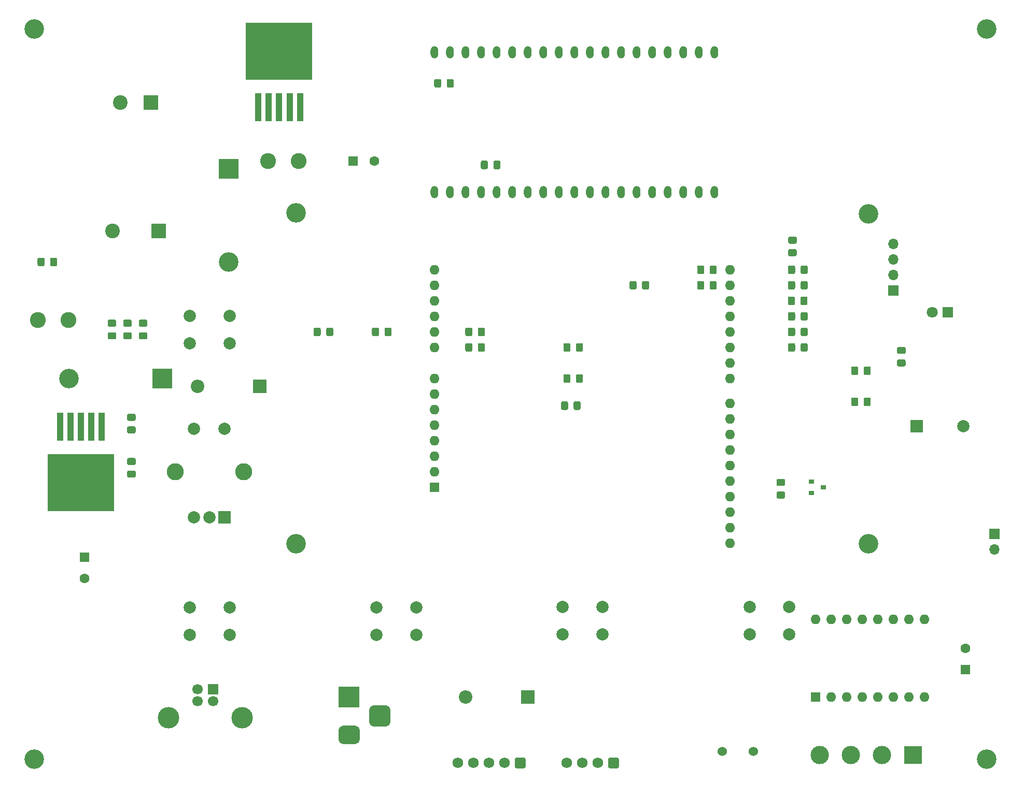
<source format=gbr>
%TF.GenerationSoftware,KiCad,Pcbnew,5.1.6-c6e7f7d~86~ubuntu18.04.1*%
%TF.CreationDate,2020-06-01T12:36:53+02:00*%
%TF.ProjectId,UPC-EURS,5550432d-4555-4525-932e-6b696361645f,rev?*%
%TF.SameCoordinates,Original*%
%TF.FileFunction,Soldermask,Top*%
%TF.FilePolarity,Negative*%
%FSLAX46Y46*%
G04 Gerber Fmt 4.6, Leading zero omitted, Abs format (unit mm)*
G04 Created by KiCad (PCBNEW 5.1.6-c6e7f7d~86~ubuntu18.04.1) date 2020-06-01 12:36:53*
%MOMM*%
%LPD*%
G01*
G04 APERTURE LIST*
%ADD10R,10.800000X9.400000*%
%ADD11R,1.100000X4.600000*%
%ADD12R,0.900000X0.800000*%
%ADD13O,1.600000X1.600000*%
%ADD14R,1.600000X1.600000*%
%ADD15R,2.000000X2.000000*%
%ADD16C,2.000000*%
%ADD17C,1.600000*%
%ADD18R,2.400000X2.400000*%
%ADD19C,2.400000*%
%ADD20R,2.200000X2.200000*%
%ADD21O,2.200000X2.200000*%
%ADD22R,3.200000X3.200000*%
%ADD23O,3.200000X3.200000*%
%ADD24R,1.800000X1.800000*%
%ADD25C,1.800000*%
%ADD26C,1.524000*%
%ADD27R,1.700000X1.700000*%
%ADD28C,1.700000*%
%ADD29C,3.500000*%
%ADD30C,1.740000*%
%ADD31C,3.000000*%
%ADD32R,3.000000X3.000000*%
%ADD33C,2.600000*%
%ADD34C,2.800000*%
%ADD35O,1.270000X2.000000*%
%ADD36R,3.500000X3.500000*%
%ADD37O,1.700000X1.700000*%
%ADD38C,3.200000*%
G04 APERTURE END LIST*
D10*
%TO.C,U1*%
X67964000Y-104660000D03*
D11*
X64564000Y-95510000D03*
X66264000Y-95510000D03*
X67964000Y-95510000D03*
X69664000Y-95510000D03*
X71364000Y-95510000D03*
%TD*%
%TO.C,R23*%
G36*
G01*
X169730000Y-71939999D02*
X169730000Y-72840001D01*
G75*
G02*
X169480001Y-73090000I-249999J0D01*
G01*
X168829999Y-73090000D01*
G75*
G02*
X168580000Y-72840001I0J249999D01*
G01*
X168580000Y-71939999D01*
G75*
G02*
X168829999Y-71690000I249999J0D01*
G01*
X169480001Y-71690000D01*
G75*
G02*
X169730000Y-71939999I0J-249999D01*
G01*
G37*
G36*
G01*
X171780000Y-71939999D02*
X171780000Y-72840001D01*
G75*
G02*
X171530001Y-73090000I-249999J0D01*
G01*
X170879999Y-73090000D01*
G75*
G02*
X170630000Y-72840001I0J249999D01*
G01*
X170630000Y-71939999D01*
G75*
G02*
X170879999Y-71690000I249999J0D01*
G01*
X171530001Y-71690000D01*
G75*
G02*
X171780000Y-71939999I0J-249999D01*
G01*
G37*
%TD*%
%TO.C,R22*%
G36*
G01*
X169730000Y-69399999D02*
X169730000Y-70300001D01*
G75*
G02*
X169480001Y-70550000I-249999J0D01*
G01*
X168829999Y-70550000D01*
G75*
G02*
X168580000Y-70300001I0J249999D01*
G01*
X168580000Y-69399999D01*
G75*
G02*
X168829999Y-69150000I249999J0D01*
G01*
X169480001Y-69150000D01*
G75*
G02*
X169730000Y-69399999I0J-249999D01*
G01*
G37*
G36*
G01*
X171780000Y-69399999D02*
X171780000Y-70300001D01*
G75*
G02*
X171530001Y-70550000I-249999J0D01*
G01*
X170879999Y-70550000D01*
G75*
G02*
X170630000Y-70300001I0J249999D01*
G01*
X170630000Y-69399999D01*
G75*
G02*
X170879999Y-69150000I249999J0D01*
G01*
X171530001Y-69150000D01*
G75*
G02*
X171780000Y-69399999I0J-249999D01*
G01*
G37*
%TD*%
%TO.C,R21*%
G36*
G01*
X159590000Y-72840001D02*
X159590000Y-71939999D01*
G75*
G02*
X159839999Y-71690000I249999J0D01*
G01*
X160490001Y-71690000D01*
G75*
G02*
X160740000Y-71939999I0J-249999D01*
G01*
X160740000Y-72840001D01*
G75*
G02*
X160490001Y-73090000I-249999J0D01*
G01*
X159839999Y-73090000D01*
G75*
G02*
X159590000Y-72840001I0J249999D01*
G01*
G37*
G36*
G01*
X157540000Y-72840001D02*
X157540000Y-71939999D01*
G75*
G02*
X157789999Y-71690000I249999J0D01*
G01*
X158440001Y-71690000D01*
G75*
G02*
X158690000Y-71939999I0J-249999D01*
G01*
X158690000Y-72840001D01*
G75*
G02*
X158440001Y-73090000I-249999J0D01*
G01*
X157789999Y-73090000D01*
G75*
G02*
X157540000Y-72840001I0J249999D01*
G01*
G37*
%TD*%
%TO.C,R20*%
G36*
G01*
X135315000Y-53155001D02*
X135315000Y-52254999D01*
G75*
G02*
X135564999Y-52005000I249999J0D01*
G01*
X136215001Y-52005000D01*
G75*
G02*
X136465000Y-52254999I0J-249999D01*
G01*
X136465000Y-53155001D01*
G75*
G02*
X136215001Y-53405000I-249999J0D01*
G01*
X135564999Y-53405000D01*
G75*
G02*
X135315000Y-53155001I0J249999D01*
G01*
G37*
G36*
G01*
X133265000Y-53155001D02*
X133265000Y-52254999D01*
G75*
G02*
X133514999Y-52005000I249999J0D01*
G01*
X134165001Y-52005000D01*
G75*
G02*
X134415000Y-52254999I0J-249999D01*
G01*
X134415000Y-53155001D01*
G75*
G02*
X134165001Y-53405000I-249999J0D01*
G01*
X133514999Y-53405000D01*
G75*
G02*
X133265000Y-53155001I0J249999D01*
G01*
G37*
%TD*%
%TO.C,R19*%
G36*
G01*
X182695001Y-105205000D02*
X181794999Y-105205000D01*
G75*
G02*
X181545000Y-104955001I0J249999D01*
G01*
X181545000Y-104304999D01*
G75*
G02*
X181794999Y-104055000I249999J0D01*
G01*
X182695001Y-104055000D01*
G75*
G02*
X182945000Y-104304999I0J-249999D01*
G01*
X182945000Y-104955001D01*
G75*
G02*
X182695001Y-105205000I-249999J0D01*
G01*
G37*
G36*
G01*
X182695001Y-107255000D02*
X181794999Y-107255000D01*
G75*
G02*
X181545000Y-107005001I0J249999D01*
G01*
X181545000Y-106354999D01*
G75*
G02*
X181794999Y-106105000I249999J0D01*
G01*
X182695001Y-106105000D01*
G75*
G02*
X182945000Y-106354999I0J-249999D01*
G01*
X182945000Y-107005001D01*
G75*
G02*
X182695001Y-107255000I-249999J0D01*
G01*
G37*
%TD*%
%TO.C,R18*%
G36*
G01*
X184580000Y-71939999D02*
X184580000Y-72840001D01*
G75*
G02*
X184330001Y-73090000I-249999J0D01*
G01*
X183679999Y-73090000D01*
G75*
G02*
X183430000Y-72840001I0J249999D01*
G01*
X183430000Y-71939999D01*
G75*
G02*
X183679999Y-71690000I249999J0D01*
G01*
X184330001Y-71690000D01*
G75*
G02*
X184580000Y-71939999I0J-249999D01*
G01*
G37*
G36*
G01*
X186630000Y-71939999D02*
X186630000Y-72840001D01*
G75*
G02*
X186380001Y-73090000I-249999J0D01*
G01*
X185729999Y-73090000D01*
G75*
G02*
X185480000Y-72840001I0J249999D01*
G01*
X185480000Y-71939999D01*
G75*
G02*
X185729999Y-71690000I249999J0D01*
G01*
X186380001Y-71690000D01*
G75*
G02*
X186630000Y-71939999I0J-249999D01*
G01*
G37*
%TD*%
%TO.C,R17*%
G36*
G01*
X185453000Y-75380001D02*
X185453000Y-74479999D01*
G75*
G02*
X185702999Y-74230000I249999J0D01*
G01*
X186353001Y-74230000D01*
G75*
G02*
X186603000Y-74479999I0J-249999D01*
G01*
X186603000Y-75380001D01*
G75*
G02*
X186353001Y-75630000I-249999J0D01*
G01*
X185702999Y-75630000D01*
G75*
G02*
X185453000Y-75380001I0J249999D01*
G01*
G37*
G36*
G01*
X183403000Y-75380001D02*
X183403000Y-74479999D01*
G75*
G02*
X183652999Y-74230000I249999J0D01*
G01*
X184303001Y-74230000D01*
G75*
G02*
X184553000Y-74479999I0J-249999D01*
G01*
X184553000Y-75380001D01*
G75*
G02*
X184303001Y-75630000I-249999J0D01*
G01*
X183652999Y-75630000D01*
G75*
G02*
X183403000Y-75380001I0J249999D01*
G01*
G37*
%TD*%
%TO.C,R16*%
G36*
G01*
X184580000Y-69399999D02*
X184580000Y-70300001D01*
G75*
G02*
X184330001Y-70550000I-249999J0D01*
G01*
X183679999Y-70550000D01*
G75*
G02*
X183430000Y-70300001I0J249999D01*
G01*
X183430000Y-69399999D01*
G75*
G02*
X183679999Y-69150000I249999J0D01*
G01*
X184330001Y-69150000D01*
G75*
G02*
X184580000Y-69399999I0J-249999D01*
G01*
G37*
G36*
G01*
X186630000Y-69399999D02*
X186630000Y-70300001D01*
G75*
G02*
X186380001Y-70550000I-249999J0D01*
G01*
X185729999Y-70550000D01*
G75*
G02*
X185480000Y-70300001I0J249999D01*
G01*
X185480000Y-69399999D01*
G75*
G02*
X185729999Y-69150000I249999J0D01*
G01*
X186380001Y-69150000D01*
G75*
G02*
X186630000Y-69399999I0J-249999D01*
G01*
G37*
%TD*%
%TO.C,R15*%
G36*
G01*
X73475001Y-79170000D02*
X72574999Y-79170000D01*
G75*
G02*
X72325000Y-78920001I0J249999D01*
G01*
X72325000Y-78269999D01*
G75*
G02*
X72574999Y-78020000I249999J0D01*
G01*
X73475001Y-78020000D01*
G75*
G02*
X73725000Y-78269999I0J-249999D01*
G01*
X73725000Y-78920001D01*
G75*
G02*
X73475001Y-79170000I-249999J0D01*
G01*
G37*
G36*
G01*
X73475001Y-81220000D02*
X72574999Y-81220000D01*
G75*
G02*
X72325000Y-80970001I0J249999D01*
G01*
X72325000Y-80319999D01*
G75*
G02*
X72574999Y-80070000I249999J0D01*
G01*
X73475001Y-80070000D01*
G75*
G02*
X73725000Y-80319999I0J-249999D01*
G01*
X73725000Y-80970001D01*
G75*
G02*
X73475001Y-81220000I-249999J0D01*
G01*
G37*
%TD*%
%TO.C,R14*%
G36*
G01*
X77654999Y-80070000D02*
X78555001Y-80070000D01*
G75*
G02*
X78805000Y-80319999I0J-249999D01*
G01*
X78805000Y-80970001D01*
G75*
G02*
X78555001Y-81220000I-249999J0D01*
G01*
X77654999Y-81220000D01*
G75*
G02*
X77405000Y-80970001I0J249999D01*
G01*
X77405000Y-80319999D01*
G75*
G02*
X77654999Y-80070000I249999J0D01*
G01*
G37*
G36*
G01*
X77654999Y-78020000D02*
X78555001Y-78020000D01*
G75*
G02*
X78805000Y-78269999I0J-249999D01*
G01*
X78805000Y-78920001D01*
G75*
G02*
X78555001Y-79170000I-249999J0D01*
G01*
X77654999Y-79170000D01*
G75*
G02*
X77405000Y-78920001I0J249999D01*
G01*
X77405000Y-78269999D01*
G75*
G02*
X77654999Y-78020000I249999J0D01*
G01*
G37*
%TD*%
%TO.C,R13*%
G36*
G01*
X184580000Y-79559999D02*
X184580000Y-80460001D01*
G75*
G02*
X184330001Y-80710000I-249999J0D01*
G01*
X183679999Y-80710000D01*
G75*
G02*
X183430000Y-80460001I0J249999D01*
G01*
X183430000Y-79559999D01*
G75*
G02*
X183679999Y-79310000I249999J0D01*
G01*
X184330001Y-79310000D01*
G75*
G02*
X184580000Y-79559999I0J-249999D01*
G01*
G37*
G36*
G01*
X186630000Y-79559999D02*
X186630000Y-80460001D01*
G75*
G02*
X186380001Y-80710000I-249999J0D01*
G01*
X185729999Y-80710000D01*
G75*
G02*
X185480000Y-80460001I0J249999D01*
G01*
X185480000Y-79559999D01*
G75*
G02*
X185729999Y-79310000I249999J0D01*
G01*
X186380001Y-79310000D01*
G75*
G02*
X186630000Y-79559999I0J-249999D01*
G01*
G37*
%TD*%
%TO.C,R12*%
G36*
G01*
X185480000Y-77920001D02*
X185480000Y-77019999D01*
G75*
G02*
X185729999Y-76770000I249999J0D01*
G01*
X186380001Y-76770000D01*
G75*
G02*
X186630000Y-77019999I0J-249999D01*
G01*
X186630000Y-77920001D01*
G75*
G02*
X186380001Y-78170000I-249999J0D01*
G01*
X185729999Y-78170000D01*
G75*
G02*
X185480000Y-77920001I0J249999D01*
G01*
G37*
G36*
G01*
X183430000Y-77920001D02*
X183430000Y-77019999D01*
G75*
G02*
X183679999Y-76770000I249999J0D01*
G01*
X184330001Y-76770000D01*
G75*
G02*
X184580000Y-77019999I0J-249999D01*
G01*
X184580000Y-77920001D01*
G75*
G02*
X184330001Y-78170000I-249999J0D01*
G01*
X183679999Y-78170000D01*
G75*
G02*
X183430000Y-77920001I0J249999D01*
G01*
G37*
%TD*%
%TO.C,R11*%
G36*
G01*
X75114999Y-80070000D02*
X76015001Y-80070000D01*
G75*
G02*
X76265000Y-80319999I0J-249999D01*
G01*
X76265000Y-80970001D01*
G75*
G02*
X76015001Y-81220000I-249999J0D01*
G01*
X75114999Y-81220000D01*
G75*
G02*
X74865000Y-80970001I0J249999D01*
G01*
X74865000Y-80319999D01*
G75*
G02*
X75114999Y-80070000I249999J0D01*
G01*
G37*
G36*
G01*
X75114999Y-78020000D02*
X76015001Y-78020000D01*
G75*
G02*
X76265000Y-78269999I0J-249999D01*
G01*
X76265000Y-78920001D01*
G75*
G02*
X76015001Y-79170000I-249999J0D01*
G01*
X75114999Y-79170000D01*
G75*
G02*
X74865000Y-78920001I0J249999D01*
G01*
X74865000Y-78269999D01*
G75*
G02*
X75114999Y-78020000I249999J0D01*
G01*
G37*
%TD*%
%TO.C,R10*%
G36*
G01*
X184580000Y-82099999D02*
X184580000Y-83000001D01*
G75*
G02*
X184330001Y-83250000I-249999J0D01*
G01*
X183679999Y-83250000D01*
G75*
G02*
X183430000Y-83000001I0J249999D01*
G01*
X183430000Y-82099999D01*
G75*
G02*
X183679999Y-81850000I249999J0D01*
G01*
X184330001Y-81850000D01*
G75*
G02*
X184580000Y-82099999I0J-249999D01*
G01*
G37*
G36*
G01*
X186630000Y-82099999D02*
X186630000Y-83000001D01*
G75*
G02*
X186380001Y-83250000I-249999J0D01*
G01*
X185729999Y-83250000D01*
G75*
G02*
X185480000Y-83000001I0J249999D01*
G01*
X185480000Y-82099999D01*
G75*
G02*
X185729999Y-81850000I249999J0D01*
G01*
X186380001Y-81850000D01*
G75*
G02*
X186630000Y-82099999I0J-249999D01*
G01*
G37*
%TD*%
%TO.C,R9*%
G36*
G01*
X75749999Y-95455000D02*
X76650001Y-95455000D01*
G75*
G02*
X76900000Y-95704999I0J-249999D01*
G01*
X76900000Y-96355001D01*
G75*
G02*
X76650001Y-96605000I-249999J0D01*
G01*
X75749999Y-96605000D01*
G75*
G02*
X75500000Y-96355001I0J249999D01*
G01*
X75500000Y-95704999D01*
G75*
G02*
X75749999Y-95455000I249999J0D01*
G01*
G37*
G36*
G01*
X75749999Y-93405000D02*
X76650001Y-93405000D01*
G75*
G02*
X76900000Y-93654999I0J-249999D01*
G01*
X76900000Y-94305001D01*
G75*
G02*
X76650001Y-94555000I-249999J0D01*
G01*
X75749999Y-94555000D01*
G75*
G02*
X75500000Y-94305001I0J249999D01*
G01*
X75500000Y-93654999D01*
G75*
G02*
X75749999Y-93405000I249999J0D01*
G01*
G37*
%TD*%
D12*
%TO.C,Q1*%
X189230000Y-105410000D03*
X187230000Y-106360000D03*
X187230000Y-104460000D03*
%TD*%
%TO.C,C8*%
G36*
G01*
X75749999Y-102685000D02*
X76650001Y-102685000D01*
G75*
G02*
X76900000Y-102934999I0J-249999D01*
G01*
X76900000Y-103585001D01*
G75*
G02*
X76650001Y-103835000I-249999J0D01*
G01*
X75749999Y-103835000D01*
G75*
G02*
X75500000Y-103585001I0J249999D01*
G01*
X75500000Y-102934999D01*
G75*
G02*
X75749999Y-102685000I249999J0D01*
G01*
G37*
G36*
G01*
X75749999Y-100635000D02*
X76650001Y-100635000D01*
G75*
G02*
X76900000Y-100884999I0J-249999D01*
G01*
X76900000Y-101535001D01*
G75*
G02*
X76650001Y-101785000I-249999J0D01*
G01*
X75749999Y-101785000D01*
G75*
G02*
X75500000Y-101535001I0J249999D01*
G01*
X75500000Y-100884999D01*
G75*
G02*
X75749999Y-100635000I249999J0D01*
G01*
G37*
%TD*%
%TO.C,C7*%
G36*
G01*
X62925000Y-69030001D02*
X62925000Y-68129999D01*
G75*
G02*
X63174999Y-67880000I249999J0D01*
G01*
X63825001Y-67880000D01*
G75*
G02*
X64075000Y-68129999I0J-249999D01*
G01*
X64075000Y-69030001D01*
G75*
G02*
X63825001Y-69280000I-249999J0D01*
G01*
X63174999Y-69280000D01*
G75*
G02*
X62925000Y-69030001I0J249999D01*
G01*
G37*
G36*
G01*
X60875000Y-69030001D02*
X60875000Y-68129999D01*
G75*
G02*
X61124999Y-67880000I249999J0D01*
G01*
X61775001Y-67880000D01*
G75*
G02*
X62025000Y-68129999I0J-249999D01*
G01*
X62025000Y-69030001D01*
G75*
G02*
X61775001Y-69280000I-249999J0D01*
G01*
X61124999Y-69280000D01*
G75*
G02*
X60875000Y-69030001I0J249999D01*
G01*
G37*
%TD*%
D13*
%TO.C,A1*%
X173990000Y-114550000D03*
X173990000Y-112010000D03*
D14*
X125730000Y-105410000D03*
D13*
X173990000Y-74930000D03*
X125730000Y-102870000D03*
X173990000Y-77470000D03*
X125730000Y-100330000D03*
X173990000Y-80010000D03*
X125730000Y-97790000D03*
X173990000Y-82550000D03*
X125730000Y-95250000D03*
X173990000Y-85090000D03*
X125730000Y-92710000D03*
X173990000Y-87630000D03*
X125730000Y-90170000D03*
X173990000Y-91690000D03*
X125730000Y-87630000D03*
X173990000Y-94230000D03*
X125730000Y-82550000D03*
X173990000Y-96770000D03*
X125730000Y-80010000D03*
X173990000Y-99310000D03*
X125730000Y-77470000D03*
X173990000Y-101850000D03*
X125730000Y-74930000D03*
X173990000Y-104390000D03*
X125730000Y-72390000D03*
X173990000Y-106930000D03*
X125730000Y-69850000D03*
X173990000Y-109470000D03*
X173990000Y-69850000D03*
X173990000Y-72390000D03*
%TD*%
D14*
%TO.C,A2*%
X187960000Y-139700000D03*
D13*
X205740000Y-127000000D03*
X190500000Y-139700000D03*
X203200000Y-127000000D03*
X193040000Y-139700000D03*
X200660000Y-127000000D03*
X195580000Y-139700000D03*
X198120000Y-127000000D03*
X198120000Y-139700000D03*
X195580000Y-127000000D03*
X200660000Y-139700000D03*
X193040000Y-127000000D03*
X203200000Y-139700000D03*
X190500000Y-127000000D03*
X205740000Y-139700000D03*
X187960000Y-127000000D03*
%TD*%
D15*
%TO.C,BZ1*%
X204470000Y-95455001D03*
D16*
X212070000Y-95455001D03*
%TD*%
D14*
%TO.C,C1*%
X68580000Y-116840000D03*
D17*
X68580000Y-120340000D03*
%TD*%
D18*
%TO.C,C2*%
X80645000Y-63500000D03*
D19*
X73145000Y-63500000D03*
%TD*%
%TO.C,C3*%
G36*
G01*
X184600001Y-65590000D02*
X183699999Y-65590000D01*
G75*
G02*
X183450000Y-65340001I0J249999D01*
G01*
X183450000Y-64689999D01*
G75*
G02*
X183699999Y-64440000I249999J0D01*
G01*
X184600001Y-64440000D01*
G75*
G02*
X184850000Y-64689999I0J-249999D01*
G01*
X184850000Y-65340001D01*
G75*
G02*
X184600001Y-65590000I-249999J0D01*
G01*
G37*
G36*
G01*
X184600001Y-67640000D02*
X183699999Y-67640000D01*
G75*
G02*
X183450000Y-67390001I0J249999D01*
G01*
X183450000Y-66739999D01*
G75*
G02*
X183699999Y-66490000I249999J0D01*
G01*
X184600001Y-66490000D01*
G75*
G02*
X184850000Y-66739999I0J-249999D01*
G01*
X184850000Y-67390001D01*
G75*
G02*
X184600001Y-67640000I-249999J0D01*
G01*
G37*
%TD*%
%TO.C,C4*%
G36*
G01*
X125645000Y-39820001D02*
X125645000Y-38919999D01*
G75*
G02*
X125894999Y-38670000I249999J0D01*
G01*
X126545001Y-38670000D01*
G75*
G02*
X126795000Y-38919999I0J-249999D01*
G01*
X126795000Y-39820001D01*
G75*
G02*
X126545001Y-40070000I-249999J0D01*
G01*
X125894999Y-40070000D01*
G75*
G02*
X125645000Y-39820001I0J249999D01*
G01*
G37*
G36*
G01*
X127695000Y-39820001D02*
X127695000Y-38919999D01*
G75*
G02*
X127944999Y-38670000I249999J0D01*
G01*
X128595001Y-38670000D01*
G75*
G02*
X128845000Y-38919999I0J-249999D01*
G01*
X128845000Y-39820001D01*
G75*
G02*
X128595001Y-40070000I-249999J0D01*
G01*
X127944999Y-40070000D01*
G75*
G02*
X127695000Y-39820001I0J249999D01*
G01*
G37*
%TD*%
D17*
%TO.C,C5*%
X212359699Y-131755000D03*
D14*
X212359699Y-135255000D03*
%TD*%
%TO.C,C6*%
G36*
G01*
X149555000Y-91624999D02*
X149555000Y-92525001D01*
G75*
G02*
X149305001Y-92775000I-249999J0D01*
G01*
X148654999Y-92775000D01*
G75*
G02*
X148405000Y-92525001I0J249999D01*
G01*
X148405000Y-91624999D01*
G75*
G02*
X148654999Y-91375000I249999J0D01*
G01*
X149305001Y-91375000D01*
G75*
G02*
X149555000Y-91624999I0J-249999D01*
G01*
G37*
G36*
G01*
X147505000Y-91624999D02*
X147505000Y-92525001D01*
G75*
G02*
X147255001Y-92775000I-249999J0D01*
G01*
X146604999Y-92775000D01*
G75*
G02*
X146355000Y-92525001I0J249999D01*
G01*
X146355000Y-91624999D01*
G75*
G02*
X146604999Y-91375000I249999J0D01*
G01*
X147255001Y-91375000D01*
G75*
G02*
X147505000Y-91624999I0J-249999D01*
G01*
G37*
%TD*%
D20*
%TO.C,D1*%
X97155000Y-88900000D03*
D21*
X86995000Y-88900000D03*
%TD*%
%TO.C,D2*%
X130810000Y-139700000D03*
D20*
X140970000Y-139700000D03*
%TD*%
D22*
%TO.C,D3*%
X81280000Y-87630000D03*
D23*
X66040000Y-87630000D03*
%TD*%
D24*
%TO.C,D4*%
X209550000Y-76835000D03*
D25*
X207010000Y-76835000D03*
%TD*%
D26*
%TO.C,F1*%
X177800000Y-148590000D03*
X172720000Y-148590000D03*
%TD*%
D27*
%TO.C,J2*%
X89535000Y-138430000D03*
D28*
X87035000Y-138430000D03*
X87035000Y-140430000D03*
X89535000Y-140430000D03*
D29*
X94305000Y-143140000D03*
X82265000Y-143140000D03*
%TD*%
%TO.C,J3*%
G36*
G01*
X140570000Y-149874999D02*
X140570000Y-151115001D01*
G75*
G02*
X140320001Y-151365000I-249999J0D01*
G01*
X139079999Y-151365000D01*
G75*
G02*
X138830000Y-151115001I0J249999D01*
G01*
X138830000Y-149874999D01*
G75*
G02*
X139079999Y-149625000I249999J0D01*
G01*
X140320001Y-149625000D01*
G75*
G02*
X140570000Y-149874999I0J-249999D01*
G01*
G37*
D30*
X137160000Y-150495000D03*
X134620000Y-150495000D03*
X132080000Y-150495000D03*
X129540000Y-150495000D03*
%TD*%
D31*
%TO.C,J4*%
X198755000Y-149225000D03*
X193675000Y-149225000D03*
D32*
X203835000Y-149225000D03*
D31*
X188595000Y-149225000D03*
%TD*%
%TO.C,J5*%
G36*
G01*
X155810000Y-149874999D02*
X155810000Y-151115001D01*
G75*
G02*
X155560001Y-151365000I-249999J0D01*
G01*
X154319999Y-151365000D01*
G75*
G02*
X154070000Y-151115001I0J249999D01*
G01*
X154070000Y-149874999D01*
G75*
G02*
X154319999Y-149625000I249999J0D01*
G01*
X155560001Y-149625000D01*
G75*
G02*
X155810000Y-149874999I0J-249999D01*
G01*
G37*
D30*
X152400000Y-150495000D03*
X149860000Y-150495000D03*
X147320000Y-150495000D03*
%TD*%
D33*
%TO.C,L1*%
X60960000Y-78105000D03*
X65960000Y-78105000D03*
%TD*%
%TO.C,R1*%
G36*
G01*
X131875000Y-82099999D02*
X131875000Y-83000001D01*
G75*
G02*
X131625001Y-83250000I-249999J0D01*
G01*
X130974999Y-83250000D01*
G75*
G02*
X130725000Y-83000001I0J249999D01*
G01*
X130725000Y-82099999D01*
G75*
G02*
X130974999Y-81850000I249999J0D01*
G01*
X131625001Y-81850000D01*
G75*
G02*
X131875000Y-82099999I0J-249999D01*
G01*
G37*
G36*
G01*
X133925000Y-82099999D02*
X133925000Y-83000001D01*
G75*
G02*
X133675001Y-83250000I-249999J0D01*
G01*
X133024999Y-83250000D01*
G75*
G02*
X132775000Y-83000001I0J249999D01*
G01*
X132775000Y-82099999D01*
G75*
G02*
X133024999Y-81850000I249999J0D01*
G01*
X133675001Y-81850000D01*
G75*
G02*
X133925000Y-82099999I0J-249999D01*
G01*
G37*
%TD*%
%TO.C,R2*%
G36*
G01*
X115485000Y-80460001D02*
X115485000Y-79559999D01*
G75*
G02*
X115734999Y-79310000I249999J0D01*
G01*
X116385001Y-79310000D01*
G75*
G02*
X116635000Y-79559999I0J-249999D01*
G01*
X116635000Y-80460001D01*
G75*
G02*
X116385001Y-80710000I-249999J0D01*
G01*
X115734999Y-80710000D01*
G75*
G02*
X115485000Y-80460001I0J249999D01*
G01*
G37*
G36*
G01*
X117535000Y-80460001D02*
X117535000Y-79559999D01*
G75*
G02*
X117784999Y-79310000I249999J0D01*
G01*
X118435001Y-79310000D01*
G75*
G02*
X118685000Y-79559999I0J-249999D01*
G01*
X118685000Y-80460001D01*
G75*
G02*
X118435001Y-80710000I-249999J0D01*
G01*
X117784999Y-80710000D01*
G75*
G02*
X117535000Y-80460001I0J249999D01*
G01*
G37*
%TD*%
%TO.C,R3*%
G36*
G01*
X132775000Y-80460001D02*
X132775000Y-79559999D01*
G75*
G02*
X133024999Y-79310000I249999J0D01*
G01*
X133675001Y-79310000D01*
G75*
G02*
X133925000Y-79559999I0J-249999D01*
G01*
X133925000Y-80460001D01*
G75*
G02*
X133675001Y-80710000I-249999J0D01*
G01*
X133024999Y-80710000D01*
G75*
G02*
X132775000Y-80460001I0J249999D01*
G01*
G37*
G36*
G01*
X130725000Y-80460001D02*
X130725000Y-79559999D01*
G75*
G02*
X130974999Y-79310000I249999J0D01*
G01*
X131625001Y-79310000D01*
G75*
G02*
X131875000Y-79559999I0J-249999D01*
G01*
X131875000Y-80460001D01*
G75*
G02*
X131625001Y-80710000I-249999J0D01*
G01*
X130974999Y-80710000D01*
G75*
G02*
X130725000Y-80460001I0J249999D01*
G01*
G37*
%TD*%
%TO.C,R4*%
G36*
G01*
X147895000Y-82099999D02*
X147895000Y-83000001D01*
G75*
G02*
X147645001Y-83250000I-249999J0D01*
G01*
X146994999Y-83250000D01*
G75*
G02*
X146745000Y-83000001I0J249999D01*
G01*
X146745000Y-82099999D01*
G75*
G02*
X146994999Y-81850000I249999J0D01*
G01*
X147645001Y-81850000D01*
G75*
G02*
X147895000Y-82099999I0J-249999D01*
G01*
G37*
G36*
G01*
X149945000Y-82099999D02*
X149945000Y-83000001D01*
G75*
G02*
X149695001Y-83250000I-249999J0D01*
G01*
X149044999Y-83250000D01*
G75*
G02*
X148795000Y-83000001I0J249999D01*
G01*
X148795000Y-82099999D01*
G75*
G02*
X149044999Y-81850000I249999J0D01*
G01*
X149695001Y-81850000D01*
G75*
G02*
X149945000Y-82099999I0J-249999D01*
G01*
G37*
%TD*%
%TO.C,R5*%
G36*
G01*
X201479999Y-82465000D02*
X202380001Y-82465000D01*
G75*
G02*
X202630000Y-82714999I0J-249999D01*
G01*
X202630000Y-83365001D01*
G75*
G02*
X202380001Y-83615000I-249999J0D01*
G01*
X201479999Y-83615000D01*
G75*
G02*
X201230000Y-83365001I0J249999D01*
G01*
X201230000Y-82714999D01*
G75*
G02*
X201479999Y-82465000I249999J0D01*
G01*
G37*
G36*
G01*
X201479999Y-84515000D02*
X202380001Y-84515000D01*
G75*
G02*
X202630000Y-84764999I0J-249999D01*
G01*
X202630000Y-85415001D01*
G75*
G02*
X202380001Y-85665000I-249999J0D01*
G01*
X201479999Y-85665000D01*
G75*
G02*
X201230000Y-85415001I0J249999D01*
G01*
X201230000Y-84764999D01*
G75*
G02*
X201479999Y-84515000I249999J0D01*
G01*
G37*
%TD*%
%TO.C,R6*%
G36*
G01*
X149945000Y-87179999D02*
X149945000Y-88080001D01*
G75*
G02*
X149695001Y-88330000I-249999J0D01*
G01*
X149044999Y-88330000D01*
G75*
G02*
X148795000Y-88080001I0J249999D01*
G01*
X148795000Y-87179999D01*
G75*
G02*
X149044999Y-86930000I249999J0D01*
G01*
X149695001Y-86930000D01*
G75*
G02*
X149945000Y-87179999I0J-249999D01*
G01*
G37*
G36*
G01*
X147895000Y-87179999D02*
X147895000Y-88080001D01*
G75*
G02*
X147645001Y-88330000I-249999J0D01*
G01*
X146994999Y-88330000D01*
G75*
G02*
X146745000Y-88080001I0J249999D01*
G01*
X146745000Y-87179999D01*
G75*
G02*
X146994999Y-86930000I249999J0D01*
G01*
X147645001Y-86930000D01*
G75*
G02*
X147895000Y-87179999I0J-249999D01*
G01*
G37*
%TD*%
%TO.C,R7*%
G36*
G01*
X194885000Y-85909999D02*
X194885000Y-86810001D01*
G75*
G02*
X194635001Y-87060000I-249999J0D01*
G01*
X193984999Y-87060000D01*
G75*
G02*
X193735000Y-86810001I0J249999D01*
G01*
X193735000Y-85909999D01*
G75*
G02*
X193984999Y-85660000I249999J0D01*
G01*
X194635001Y-85660000D01*
G75*
G02*
X194885000Y-85909999I0J-249999D01*
G01*
G37*
G36*
G01*
X196935000Y-85909999D02*
X196935000Y-86810001D01*
G75*
G02*
X196685001Y-87060000I-249999J0D01*
G01*
X196034999Y-87060000D01*
G75*
G02*
X195785000Y-86810001I0J249999D01*
G01*
X195785000Y-85909999D01*
G75*
G02*
X196034999Y-85660000I249999J0D01*
G01*
X196685001Y-85660000D01*
G75*
G02*
X196935000Y-85909999I0J-249999D01*
G01*
G37*
%TD*%
%TO.C,R8*%
G36*
G01*
X196935000Y-90989999D02*
X196935000Y-91890001D01*
G75*
G02*
X196685001Y-92140000I-249999J0D01*
G01*
X196034999Y-92140000D01*
G75*
G02*
X195785000Y-91890001I0J249999D01*
G01*
X195785000Y-90989999D01*
G75*
G02*
X196034999Y-90740000I249999J0D01*
G01*
X196685001Y-90740000D01*
G75*
G02*
X196935000Y-90989999I0J-249999D01*
G01*
G37*
G36*
G01*
X194885000Y-90989999D02*
X194885000Y-91890001D01*
G75*
G02*
X194635001Y-92140000I-249999J0D01*
G01*
X193984999Y-92140000D01*
G75*
G02*
X193735000Y-91890001I0J249999D01*
G01*
X193735000Y-90989999D01*
G75*
G02*
X193984999Y-90740000I249999J0D01*
G01*
X194635001Y-90740000D01*
G75*
G02*
X194885000Y-90989999I0J-249999D01*
G01*
G37*
%TD*%
D16*
%TO.C,SW1*%
X177142000Y-124968000D03*
X177142000Y-129468000D03*
X183642000Y-124968000D03*
X183642000Y-129468000D03*
%TD*%
%TO.C,SW2*%
X153121500Y-129476500D03*
X153121500Y-124976500D03*
X146621500Y-129476500D03*
X146621500Y-124976500D03*
%TD*%
%TO.C,SW3*%
X116245500Y-125031500D03*
X116245500Y-129531500D03*
X122745500Y-125031500D03*
X122745500Y-129531500D03*
%TD*%
%TO.C,SW4*%
X86440000Y-95863000D03*
X91440000Y-95863000D03*
D34*
X83340000Y-102863000D03*
X94540000Y-102863000D03*
D16*
X86440000Y-110363000D03*
X88940000Y-110363000D03*
D15*
X91440000Y-110363000D03*
%TD*%
D16*
%TO.C,SW5*%
X92225000Y-81906500D03*
X92225000Y-77406500D03*
X85725000Y-81906500D03*
X85725000Y-77406500D03*
%TD*%
%TO.C,SW6*%
X92265500Y-129531500D03*
X92265500Y-125031500D03*
X85765500Y-129531500D03*
X85765500Y-125031500D03*
%TD*%
D35*
%TO.C,U3*%
X171450000Y-57150000D03*
X171450000Y-34290000D03*
X168910000Y-57150000D03*
X168910000Y-34290000D03*
X166370000Y-57150000D03*
X166370000Y-34290000D03*
X163830000Y-57150000D03*
X163830000Y-34290000D03*
X161290000Y-57150000D03*
X161290000Y-34290000D03*
X158750000Y-57150000D03*
X158750000Y-34290000D03*
X156210000Y-57150000D03*
X156210000Y-34290000D03*
X153670000Y-57150000D03*
X153670000Y-34290000D03*
X151130000Y-57150000D03*
X151130000Y-34290000D03*
X148590000Y-57150000D03*
X148590000Y-34290000D03*
X146050000Y-57150000D03*
X146050000Y-34290000D03*
X143510000Y-57150000D03*
X143510000Y-34290000D03*
X140970000Y-57150000D03*
X140970000Y-34290000D03*
X138430000Y-57150000D03*
X138430000Y-34290000D03*
X135890000Y-57150000D03*
X135890000Y-34290000D03*
X133350000Y-57150000D03*
X133350000Y-34290000D03*
X130810000Y-57150000D03*
X130810000Y-34290000D03*
X128270000Y-57150000D03*
X128270000Y-34290000D03*
X125730000Y-57150000D03*
X125730000Y-34290000D03*
%TD*%
D36*
%TO.C,J1*%
X111760000Y-139700000D03*
G36*
G01*
X112760000Y-147400000D02*
X110760000Y-147400000D01*
G75*
G02*
X110010000Y-146650000I0J750000D01*
G01*
X110010000Y-145150000D01*
G75*
G02*
X110760000Y-144400000I750000J0D01*
G01*
X112760000Y-144400000D01*
G75*
G02*
X113510000Y-145150000I0J-750000D01*
G01*
X113510000Y-146650000D01*
G75*
G02*
X112760000Y-147400000I-750000J0D01*
G01*
G37*
G36*
G01*
X117635000Y-144550000D02*
X115885000Y-144550000D01*
G75*
G02*
X115010000Y-143675000I0J875000D01*
G01*
X115010000Y-141925000D01*
G75*
G02*
X115885000Y-141050000I875000J0D01*
G01*
X117635000Y-141050000D01*
G75*
G02*
X118510000Y-141925000I0J-875000D01*
G01*
X118510000Y-143675000D01*
G75*
G02*
X117635000Y-144550000I-875000J0D01*
G01*
G37*
%TD*%
D27*
%TO.C,J6*%
X217170000Y-113030000D03*
D37*
X217170000Y-115570000D03*
%TD*%
D38*
%TO.C,H1*%
X60325000Y-149860000D03*
%TD*%
%TO.C,H2*%
X60325000Y-30480000D03*
%TD*%
%TO.C,H3*%
X215900000Y-30480000D03*
%TD*%
%TO.C,H4*%
X215900000Y-149860000D03*
%TD*%
%TO.C,H5*%
X103124000Y-114681000D03*
%TD*%
%TO.C,H6*%
X196596000Y-114681000D03*
%TD*%
%TO.C,H7*%
X103124000Y-60579000D03*
%TD*%
%TO.C,H8*%
X196596000Y-60706000D03*
%TD*%
D27*
%TO.C,DS1*%
X200660000Y-73250000D03*
D37*
X200660000Y-70710000D03*
X200660000Y-68170000D03*
X200660000Y-65630000D03*
%TD*%
%TO.C,C9*%
G36*
G01*
X109160000Y-79559999D02*
X109160000Y-80460001D01*
G75*
G02*
X108910001Y-80710000I-249999J0D01*
G01*
X108259999Y-80710000D01*
G75*
G02*
X108010000Y-80460001I0J249999D01*
G01*
X108010000Y-79559999D01*
G75*
G02*
X108259999Y-79310000I249999J0D01*
G01*
X108910001Y-79310000D01*
G75*
G02*
X109160000Y-79559999I0J-249999D01*
G01*
G37*
G36*
G01*
X107110000Y-79559999D02*
X107110000Y-80460001D01*
G75*
G02*
X106860001Y-80710000I-249999J0D01*
G01*
X106209999Y-80710000D01*
G75*
G02*
X105960000Y-80460001I0J249999D01*
G01*
X105960000Y-79559999D01*
G75*
G02*
X106209999Y-79310000I249999J0D01*
G01*
X106860001Y-79310000D01*
G75*
G02*
X107110000Y-79559999I0J-249999D01*
G01*
G37*
%TD*%
D18*
%TO.C,C10*%
X79375000Y-42545000D03*
D19*
X74375000Y-42545000D03*
%TD*%
D14*
%TO.C,C11*%
X112395000Y-52070000D03*
D17*
X115895000Y-52070000D03*
%TD*%
D22*
%TO.C,D5*%
X92075000Y-53340000D03*
D23*
X92075000Y-68580000D03*
%TD*%
D33*
%TO.C,L2*%
X98505000Y-52070000D03*
X103505000Y-52070000D03*
%TD*%
D11*
%TO.C,U2*%
X96930000Y-43240000D03*
X98630000Y-43240000D03*
X100330000Y-43240000D03*
X102030000Y-43240000D03*
X103730000Y-43240000D03*
D10*
X100330000Y-34090000D03*
%TD*%
M02*

</source>
